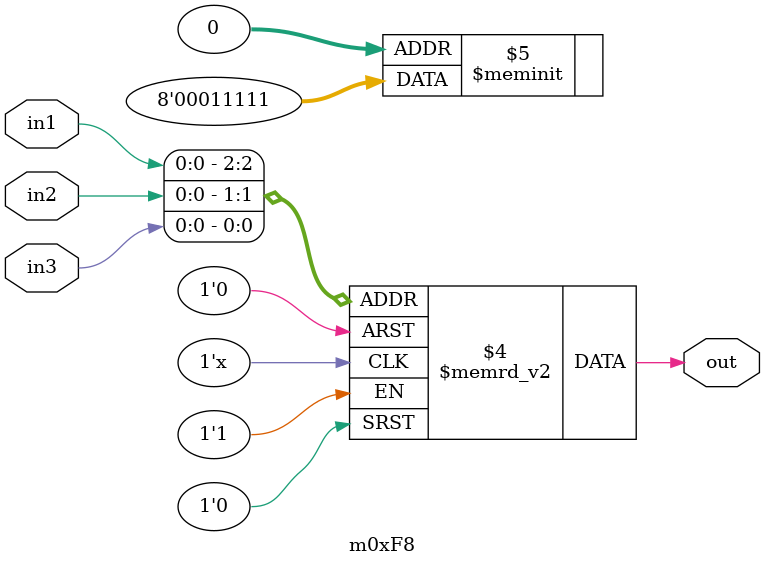
<source format=v>
module m0xF8(output out, input in1, in2, in3);

   always @(in1, in2, in3)
     begin
        case({in1, in2, in3})
          3'b000: {out} = 1'b1;
          3'b001: {out} = 1'b1;
          3'b010: {out} = 1'b1;
          3'b011: {out} = 1'b1;
          3'b100: {out} = 1'b1;
          3'b101: {out} = 1'b0;
          3'b110: {out} = 1'b0;
          3'b111: {out} = 1'b0;
        endcase // case ({in1, in2, in3})
     end // always @ (in1, in2, in3)

endmodule // m0xF8
</source>
